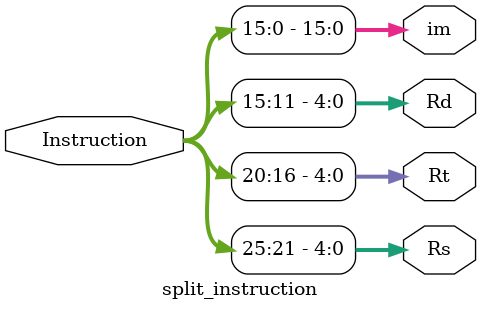
<source format=v>
module split_instruction(
    Instruction,
    Rs, Rt, Rd,
    im
);
    input   [31:0]  Instruction;
    output  [ 4:0]  Rs;
    output  [ 4:0]  Rt;
    output  [ 4:0]  Rd;
    output  [15:0]  im;

    assign Rs = Instruction[25:21];
    assign Rt = Instruction[20:16];
    assign Rd = Instruction[15:11];
    assign im = Instruction[15: 0];
endmodule
</source>
